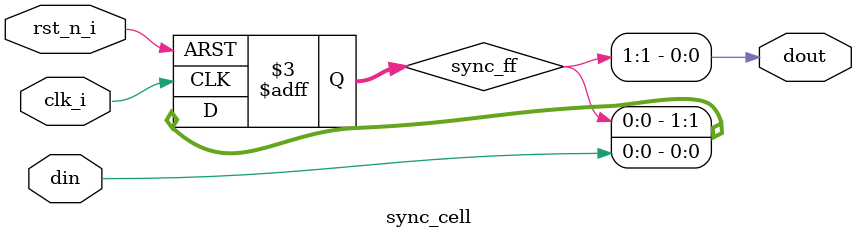
<source format=sv>
/*
 *
 * Copyright 2024 Beijing ESWIN Computing Technology Co., Ltd.  
 *
 */


module sync_cell 
# (parameter DEPTH=2)
(
  input logic clk_i,
  input logic rst_n_i,
  input logic din,
  output logic dout
);

 logic [DEPTH-1:0] sync_ff;
 
always@(posedge clk_i or negedge rst_n_i)

  begin
    if (!rst_n_i)
       sync_ff <= '0;
    else
       sync_ff <= {sync_ff[DEPTH-2:0],din};
  end
  
  assign dout = sync_ff[DEPTH-1];
 
endmodule

</source>
